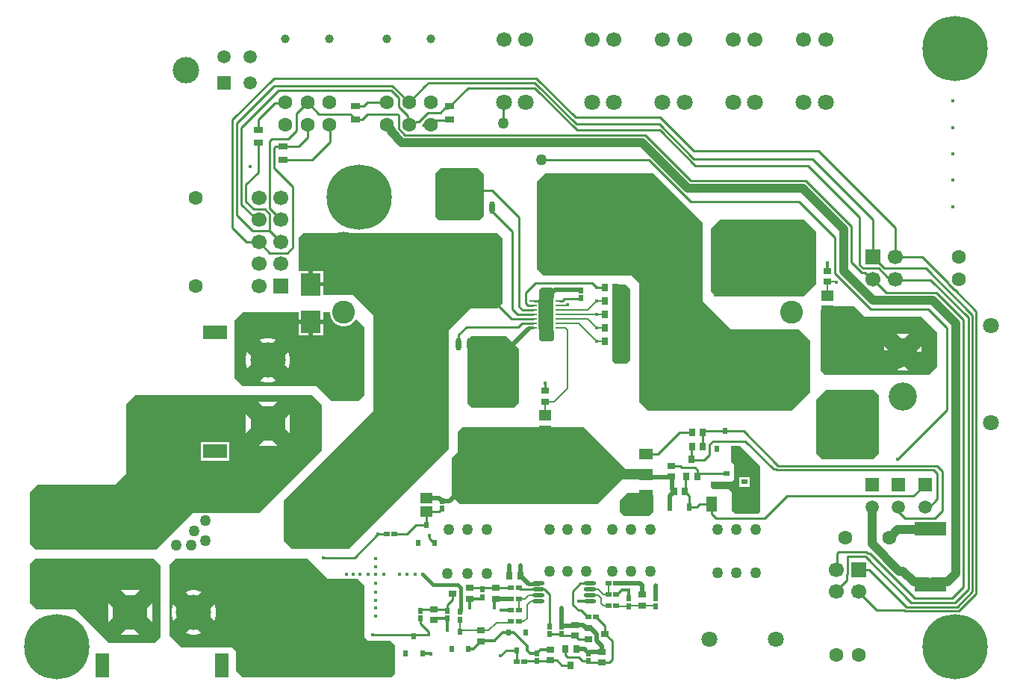
<source format=gbl>
G04*
G04 #@! TF.GenerationSoftware,Altium Limited,Altium Designer,24.1.2 (44)*
G04*
G04 Layer_Physical_Order=4*
G04 Layer_Color=16711680*
%FSLAX44Y44*%
%MOMM*%
G71*
G04*
G04 #@! TF.SameCoordinates,2E5B26B1-033E-4B1C-A529-2162076C627E*
G04*
G04*
G04 #@! TF.FilePolarity,Positive*
G04*
G01*
G75*
%ADD10C,0.3000*%
%ADD11C,0.2500*%
%ADD15C,0.2540*%
%ADD29R,0.7000X0.6000*%
%ADD66C,0.1500*%
%ADD67C,1.0000*%
%ADD68C,0.3500*%
%ADD69C,0.5000*%
%ADD72C,1.6000*%
%ADD73C,1.7000*%
%ADD74R,1.7000X1.7000*%
%ADD75R,1.6000X2.7000*%
%ADD76R,2.7000X1.6000*%
%ADD77C,1.8000*%
%ADD78C,1.5000*%
%ADD79R,1.5000X1.5000*%
%ADD80R,1.7000X1.7000*%
%ADD81R,4.0000X4.0000*%
%ADD82C,4.0000*%
%ADD83R,4.0000X4.0000*%
%ADD84C,3.2000*%
%ADD85R,3.2000X3.2000*%
%ADD86C,3.0000*%
%ADD87C,1.5200*%
%ADD88R,1.5200X1.5200*%
%ADD89C,1.0000*%
%ADD90O,4.0000X3.8000*%
%ADD91C,2.6000*%
%ADD92C,1.2700*%
%ADD93C,0.4000*%
%ADD94C,2.0000*%
%ADD95C,7.4000*%
%ADD97R,3.8100X4.2418*%
%ADD98R,1.0000X0.8000*%
%ADD99O,1.4000X0.4500*%
%ADD100O,0.6000X1.4500*%
%ADD101R,0.6250X0.8300*%
%ADD102R,2.3000X2.5000*%
%ADD103R,1.4500X1.2000*%
%ADD104R,0.8500X0.7000*%
%ADD105R,3.6500X1.6000*%
%ADD106R,0.7500X0.8500*%
%ADD107R,3.1500X2.4500*%
%ADD108R,0.7000X0.9000*%
%ADD109R,1.6000X3.3000*%
%ADD110R,1.6000X1.2000*%
%ADD111R,1.8000X3.4000*%
%ADD112R,0.8048X0.2492*%
%ADD113R,1.3000X1.8000*%
%ADD114R,1.4000X1.3000*%
%ADD115R,0.9000X0.8000*%
%ADD116R,0.8000X0.9000*%
%ADD117R,0.6000X0.7000*%
%ADD118R,0.9000X0.7000*%
%ADD119R,0.8500X0.7500*%
%ADD120C,0.5080*%
%ADD121C,0.3810*%
G36*
X525000Y577360D02*
Y529000D01*
X520302Y524301D01*
X474000D01*
X470000Y528302D01*
Y577950D01*
X476250Y584200D01*
X518160Y584200D01*
X525000Y577360D01*
D02*
G37*
G36*
X901700Y511810D02*
X901700Y452120D01*
X887730Y438150D01*
X788670D01*
X782320Y444500D01*
Y515620D01*
X792480Y525780D01*
X887730D01*
X901700Y511810D01*
D02*
G37*
G36*
X350460Y418469D02*
X351057Y415467D01*
X352229Y412639D01*
X353929Y410094D01*
X356094Y407929D01*
X358639Y406229D01*
X361467Y405057D01*
X364469Y404460D01*
X367531D01*
X370533Y405057D01*
X373361Y406229D01*
X375906Y407929D01*
X378071Y410094D01*
X379080Y411604D01*
X380715Y411765D01*
X389890Y402590D01*
X389890Y326390D01*
X383540Y320040D01*
X351790D01*
X335280Y336550D01*
X251460D01*
X242570Y345440D01*
Y411480D01*
X251460Y420370D01*
X314890Y420370D01*
Y411620D01*
X328930D01*
X342970D01*
Y420370D01*
X350460D01*
Y418469D01*
D02*
G37*
G36*
X604520Y445770D02*
Y436616D01*
X603590D01*
Y429044D01*
Y424044D01*
Y419044D01*
Y414044D01*
Y409044D01*
Y404044D01*
Y399044D01*
X604520D01*
Y389890D01*
X601980Y387350D01*
X590550D01*
X588010Y389890D01*
Y445770D01*
X590550Y448310D01*
X601980D01*
X604520Y445770D01*
D02*
G37*
G36*
X690842Y447040D02*
Y365722D01*
X687070Y361950D01*
X674370D01*
X670560Y365760D01*
Y452120D01*
X685800D01*
X690842Y447040D01*
D02*
G37*
G36*
X944600Y427000D02*
X956601Y414999D01*
X1021357Y414999D01*
X1038860Y397537D01*
X1038860Y358860D01*
X1029250Y349250D01*
X911860Y349250D01*
X907000Y354110D01*
Y423000D01*
X911000Y427000D01*
X944600Y427000D01*
D02*
G37*
G36*
X565000Y378000D02*
Y318000D01*
X559835Y312835D01*
X559000Y312000D01*
Y312000D01*
X559000Y312000D01*
X511000D01*
X506000Y317000D01*
Y388000D01*
X511000Y393000D01*
X550000D01*
X565000Y378000D01*
D02*
G37*
G36*
X773430Y521970D02*
Y433070D01*
X805180Y401320D01*
X882650D01*
X895350Y388620D01*
X895350Y330200D01*
X873760Y308610D01*
X860136D01*
X857974Y309040D01*
X854026D01*
X851864Y308610D01*
X711200D01*
X701040Y318770D01*
Y453390D01*
X692150Y462280D01*
X593090Y462280D01*
X585470Y469900D01*
Y568960D01*
X594360Y577850D01*
X717550D01*
X773430Y521970D01*
D02*
G37*
G36*
X966470Y332740D02*
X972820Y326390D01*
X972820Y260350D01*
X966470Y254000D01*
X908050Y254000D01*
X901700Y260350D01*
X901700Y321310D01*
X913130Y332740D01*
X966470Y332740D01*
D02*
G37*
G36*
X638370Y290000D02*
X685800Y242570D01*
X716280D01*
Y231140D01*
X681990Y231140D01*
X654050Y203200D01*
X497840Y203200D01*
X488950Y212090D01*
Y255353D01*
X495300Y261564D01*
Y284480D01*
X500820Y290000D01*
X638370Y290000D01*
D02*
G37*
G36*
X330200Y326390D02*
X341630Y314960D01*
X341630Y264160D01*
X270510Y193040D01*
X210720Y193040D01*
X210720D01*
X208380D01*
X208380D01*
X195580D01*
X153670Y151130D01*
X16510D01*
X10000Y157640D01*
X10000Y215740D01*
X19050Y224790D01*
X106680Y224790D01*
X119380Y237490D01*
Y316230D01*
X129540Y326390D01*
X330200Y326390D01*
D02*
G37*
G36*
X838200Y246380D02*
X838200Y194310D01*
X835660Y191770D01*
X810260D01*
X806450Y195580D01*
Y215900D01*
X802640Y219710D01*
X784860D01*
X782320Y222250D01*
Y228600D01*
X806450D01*
X808990Y231140D01*
Y247650D01*
X805180Y251460D01*
Y269240D01*
X815340D01*
X838200Y246380D01*
D02*
G37*
G36*
X717550Y213360D02*
Y194310D01*
X712470Y189230D01*
X684530D01*
X679450Y194310D01*
Y207010D01*
X688340Y215900D01*
X715010D01*
X717550Y213360D01*
D02*
G37*
G36*
X546100Y504190D02*
Y430530D01*
X540570Y425000D01*
X510090D01*
X485000Y399910D01*
Y265290D01*
X372110Y152400D01*
X307340Y152400D01*
X298450Y161290D01*
Y207010D01*
X400050Y308610D01*
Y416560D01*
X376610Y440000D01*
X342970D01*
Y449620D01*
X328930D01*
Y452120D01*
X326430D01*
Y467160D01*
X315000D01*
Y505000D01*
X320000Y510000D01*
X540290D01*
X546100Y504190D01*
D02*
G37*
G36*
X116840Y140970D02*
X151130D01*
X158750Y133350D01*
Y52070D01*
X151680Y45000D01*
X100000D01*
X62000Y83000D01*
X18000Y83000D01*
X10000Y91000D01*
X10000Y135000D01*
X15970Y140970D01*
X116840Y140970D01*
D02*
G37*
G36*
X347980Y118110D02*
X382270D01*
X389890Y110490D01*
Y52070D01*
X393700Y48260D01*
X419100D01*
X424180Y43180D01*
Y10160D01*
X420370Y6350D01*
X251460D01*
X243840Y13970D01*
Y36190D01*
X240030Y40000D01*
X182250D01*
X168910Y53340D01*
X168910Y134620D01*
X175316Y141026D01*
X325064D01*
X347980Y118110D01*
D02*
G37*
%LPC*%
G36*
X342970Y406620D02*
X331430D01*
Y394080D01*
X342970D01*
Y406620D01*
D02*
G37*
G36*
X326430D02*
X314890D01*
Y394080D01*
X326430D01*
Y406620D01*
D02*
G37*
G36*
X282462Y391000D02*
X277538D01*
X272708Y390039D01*
X270866Y389276D01*
X280000Y380142D01*
X289134Y389276D01*
X287292Y390039D01*
X282462Y391000D01*
D02*
G37*
G36*
X256724Y375134D02*
X255961Y373292D01*
X255000Y368462D01*
Y363538D01*
X255961Y358708D01*
X256724Y356866D01*
X265858Y366000D01*
X256724Y375134D01*
D02*
G37*
G36*
X303276Y375134D02*
X294142Y366000D01*
X303276Y356866D01*
X304039Y358708D01*
X305000Y363538D01*
Y368462D01*
X304039Y373292D01*
X303276Y375134D01*
D02*
G37*
G36*
X280000Y351858D02*
X270866Y342724D01*
X272708Y341961D01*
X277538Y341000D01*
X282462D01*
X287292Y341961D01*
X289134Y342724D01*
X280000Y351858D01*
D02*
G37*
G36*
X1006858Y396000D02*
X993142D01*
X1000000Y389142D01*
X1006858Y396000D01*
D02*
G37*
G36*
X1021000Y381858D02*
X1014142Y375000D01*
X1021000Y368142D01*
Y381858D01*
D02*
G37*
G36*
X979000Y381858D02*
Y368142D01*
X985858Y375000D01*
X979000Y381858D01*
D02*
G37*
G36*
X1000000Y360858D02*
X993142Y354000D01*
X1006858D01*
X1000000Y360858D01*
D02*
G37*
G36*
X290858Y319000D02*
X269142D01*
X280000Y308142D01*
X290858Y319000D01*
D02*
G37*
G36*
X255000Y304858D02*
Y283142D01*
X265858Y294000D01*
X255000Y304858D01*
D02*
G37*
G36*
X305000Y304858D02*
X294142Y294000D01*
X305000Y283142D01*
Y304858D01*
D02*
G37*
G36*
X280000Y279858D02*
X269142Y269000D01*
X290858D01*
X280000Y279858D01*
D02*
G37*
G36*
X236040Y273040D02*
X203960D01*
Y251960D01*
X236040D01*
Y273040D01*
D02*
G37*
G36*
X826300Y233530D02*
X814220D01*
Y222450D01*
X826300D01*
Y233530D01*
D02*
G37*
G36*
X342970Y467160D02*
X331430D01*
Y454620D01*
X342970D01*
Y467160D01*
D02*
G37*
G36*
X134858Y105000D02*
X113142D01*
X124000Y94142D01*
X134858Y105000D01*
D02*
G37*
G36*
X99000Y90858D02*
Y69142D01*
X109858Y80000D01*
X99000Y90858D01*
D02*
G37*
G36*
X149000Y90858D02*
X138142Y80000D01*
X149000Y69142D01*
Y90858D01*
D02*
G37*
G36*
X124000Y65858D02*
X113142Y55000D01*
X134858D01*
X124000Y65858D01*
D02*
G37*
G36*
X198462Y105000D02*
X193538D01*
X188708Y104039D01*
X186866Y103276D01*
X196000Y94142D01*
X205134Y103276D01*
X203292Y104039D01*
X198462Y105000D01*
D02*
G37*
G36*
X219276Y89134D02*
X210142Y80000D01*
X219276Y70866D01*
X220039Y72708D01*
X221000Y77538D01*
Y82462D01*
X220039Y87292D01*
X219276Y89134D01*
D02*
G37*
G36*
X172724Y89134D02*
X171961Y87292D01*
X171000Y82462D01*
Y77538D01*
X171961Y72708D01*
X172724Y70866D01*
X181858Y80000D01*
X172724Y89134D01*
D02*
G37*
G36*
X196000Y65858D02*
X186866Y56724D01*
X188708Y55961D01*
X193538Y55000D01*
X198462D01*
X203292Y55961D01*
X205134Y56724D01*
X196000Y65858D01*
D02*
G37*
%LPD*%
D10*
X577369Y402830D02*
X581106D01*
X576539Y402000D02*
X577369Y402830D01*
D11*
X255270Y546100D02*
Y565150D01*
X269240Y579120D02*
Y610870D01*
X255270Y565150D02*
X269240Y579120D01*
X925830Y129530D02*
Y147126D01*
X927294Y148590D02*
X958909D01*
X960179Y147320D01*
X925830Y147126D02*
X927294Y148590D01*
X924800Y128500D02*
X925830Y129530D01*
X868680Y212090D02*
X1012090D01*
X1025000Y225000D01*
X843590Y187000D02*
X868680Y212090D01*
X962660Y147320D02*
X1013460Y96520D01*
X960179Y147320D02*
X962660D01*
X1002400Y81790D02*
X1063559D01*
X1083310Y101541D01*
Y421640D01*
X1001640Y82550D02*
X1002400Y81790D01*
X970280Y82550D02*
X1001640D01*
X949800Y103030D02*
X970280Y82550D01*
X1056123Y96520D02*
X1068732Y109129D01*
X1013460Y96520D02*
X1056123D01*
X1009650Y91440D02*
X1059006D01*
X957750Y143340D02*
X1009650Y91440D01*
X1059006D02*
X1074246Y106680D01*
X1002910Y186690D02*
X1036690D01*
X1045210Y195210D01*
X995000Y194600D02*
X1002910Y186690D01*
X856643Y241848D02*
X1034502D01*
X1039000Y208600D02*
Y237350D01*
X1034502Y241848D02*
X1039000Y237350D01*
X1045210Y195210D02*
Y240030D01*
X858520Y246380D02*
X1038860D01*
X1045210Y240030D01*
X821690Y274320D02*
X853440Y242570D01*
X855921D01*
X856643Y241848D01*
X819310Y285590D02*
X858520Y246380D01*
X379730Y639050D02*
X387109D01*
X1057910Y86342D02*
X1057930Y86322D01*
X1061682D02*
X1078778Y103418D01*
X1057930Y86322D02*
X1061682D01*
X1068618Y411214D02*
Y412143D01*
Y411214D02*
X1068732Y411101D01*
Y109129D02*
Y411101D01*
X1031240Y457200D02*
X1074246Y414194D01*
Y106680D02*
Y414194D01*
X1026060Y470000D02*
X1078778Y417282D01*
X992000Y457200D02*
X1031240D01*
X1078778Y103418D02*
Y417282D01*
X937090Y143340D02*
X957750D01*
X937090Y123409D02*
Y143340D01*
X924800Y104380D02*
X936580Y116160D01*
Y122900D01*
X937090Y123409D01*
X988726Y460474D02*
X992000Y457200D01*
X979200Y470000D02*
X1026060D01*
X966500Y457700D02*
X981578Y442622D01*
X1038139D01*
X1068618Y412143D01*
X1059040Y445910D02*
X1083310Y421640D01*
X1051510Y452817D02*
Y453440D01*
X991500Y482700D02*
X1022250D01*
X1051510Y453440D01*
Y452817D02*
X1058417Y445910D01*
X1059040D01*
X924800Y103500D02*
Y104380D01*
X269240Y610870D02*
X270510Y612140D01*
X949800Y103030D02*
Y103500D01*
X994410Y254000D02*
X1050290Y309880D01*
Y402590D01*
X1028700Y424180D02*
X1050290Y402590D01*
X240030Y638685D02*
X287145Y685800D01*
X584318D01*
X628768Y641350D01*
X458425Y676865D02*
X462280Y680720D01*
X582989D02*
X629979Y633730D01*
X462280Y680720D02*
X582989D01*
X486410Y653930D02*
X506850Y674370D01*
X582930D02*
X630738Y626562D01*
X506850Y674370D02*
X582930D01*
X245110Y635000D02*
X287020Y676910D01*
X421290D02*
X440000Y658200D01*
X287020Y676910D02*
X421290D01*
X440000Y658200D02*
X458425Y676625D01*
Y676865D01*
X420176Y671830D02*
X428210Y663795D01*
X250190Y629920D02*
X292100Y671830D01*
X420176D01*
X483660Y651180D02*
X486410Y653930D01*
X281940Y614680D02*
X284480Y617220D01*
X281940Y538060D02*
Y614680D01*
X284480Y617220D02*
X303530D01*
X312420Y626110D01*
X287020Y584200D02*
X308610Y562610D01*
X288484Y608330D02*
X297180D01*
X287020Y606866D02*
X288484Y608330D01*
X287020Y584200D02*
Y606866D01*
X302260Y487680D02*
X308610Y494030D01*
Y562610D01*
X281940Y538060D02*
X295000Y525000D01*
X267480D02*
X270000D01*
X250190Y542290D02*
Y629920D01*
Y542290D02*
X267480Y525000D01*
X264160Y537210D02*
X276860D01*
X255270Y546100D02*
X264160Y537210D01*
X245110Y530352D02*
X262890Y512572D01*
X245110Y530352D02*
Y635000D01*
X282428Y512572D02*
Y531642D01*
X276860Y537210D02*
X282428Y531642D01*
X262890Y512572D02*
X282428D01*
X312420Y626110D02*
Y645620D01*
X325000Y658200D01*
X338040Y645160D01*
X297180Y608210D02*
X314840D01*
X282320Y487680D02*
X302260D01*
X270000Y500000D02*
X282320Y487680D01*
X350520Y613410D02*
Y632460D01*
X330320Y593210D02*
X350520Y613410D01*
X297180Y593210D02*
X330320D01*
X325120Y618490D02*
Y632460D01*
X314840Y608210D02*
X325120Y618490D01*
X373500Y645160D02*
X375980Y642680D01*
X338040Y645160D02*
X373500D01*
X378730Y638930D02*
X379730D01*
X375980Y641680D02*
X378730Y638930D01*
X375980Y641680D02*
Y642680D01*
X288290Y657860D02*
X299720D01*
X269240Y627260D02*
Y638810D01*
X288290Y657860D01*
X240030Y515970D02*
Y638685D01*
X954940Y470000D02*
X972720D01*
X982246Y460474D01*
X988726D01*
X628768Y641350D02*
X725170D01*
X763270Y603250D01*
X904240D01*
X240030Y515970D02*
X256000Y500000D01*
X270000D01*
X991500Y482700D02*
Y515990D01*
X904240Y603250D02*
X991500Y515990D01*
X723900Y633730D02*
X763270Y594360D01*
X629979Y633730D02*
X723900D01*
X282428Y512572D02*
X295000Y500000D01*
X763270Y594360D02*
X897890D01*
X966500Y525750D01*
Y482700D02*
Y525750D01*
X966500Y482700D02*
X979200Y470000D01*
X451397Y636270D02*
X461537Y646410D01*
X475565D01*
X480335Y651180D01*
X483660D01*
X428210Y653316D02*
X438355Y643172D01*
Y639436D02*
Y643172D01*
X441361Y636430D02*
X443230D01*
X438355Y639436D02*
X441361Y636430D01*
X428210Y653316D02*
Y663795D01*
X428210Y628316D02*
Y643696D01*
X426746Y645160D02*
X428210Y643696D01*
X387109Y639050D02*
X393219Y645160D01*
X426746D01*
X435497Y621030D02*
X707955D01*
X759363Y569622D01*
X428210Y628316D02*
X435497Y621030D01*
X440000Y633200D02*
X443230Y636430D01*
Y635783D02*
X447728D01*
X448214Y636270D01*
X451397D01*
X764481Y586740D02*
X892530D01*
X724658Y626562D02*
X764481Y586740D01*
X892530D02*
X951230Y528040D01*
X630738Y626562D02*
X724658D01*
X547370Y635000D02*
Y659130D01*
X551893Y663653D01*
X951230Y473710D02*
X954940Y470000D01*
X951230Y473710D02*
Y528040D01*
X964712Y457700D02*
X966500D01*
X956944Y465468D02*
X964712Y457700D01*
X953063Y465468D02*
X956944D01*
X941732Y476799D02*
X953063Y465468D01*
X941732Y476799D02*
Y517780D01*
X889891Y569622D02*
X941732Y517780D01*
X759363Y569622D02*
X889891D01*
X590550Y593090D02*
X712470D01*
X759460Y546100D01*
X781050Y259080D02*
Y270510D01*
X760460Y253070D02*
X775040D01*
X781050Y259080D01*
X774190Y285590D02*
X798830D01*
X773080Y284480D02*
X774190Y285590D01*
X923290Y464820D02*
X963930Y424180D01*
X1028700D01*
X923290Y464820D02*
Y505460D01*
X459740Y178910D02*
Y193930D01*
X448150Y178910D02*
X459740D01*
X438150Y168910D02*
X448150Y178910D01*
X722220Y259220D02*
X747210Y284210D01*
X708910Y259220D02*
X722220D01*
X634420Y435610D02*
X635000Y436190D01*
X613830Y432830D02*
X616610Y435610D01*
X634420D01*
X557530Y445770D02*
Y511810D01*
X534670Y534670D02*
Y539060D01*
Y534670D02*
X557530Y511810D01*
Y423470D02*
Y445770D01*
X610154Y432830D02*
X613830D01*
X556180Y412830D02*
X581106D01*
X540803Y428207D02*
X556180Y412830D01*
X557530Y423470D02*
X563170Y417830D01*
X581106D01*
X569040Y422830D02*
X581106D01*
X565150Y426720D02*
X569040Y422830D01*
X783000Y192000D02*
Y203140D01*
X783060Y203200D01*
X769930Y202930D02*
X782790D01*
X767230Y234340D02*
X770030Y237140D01*
X786130D01*
X786480Y237490D01*
X800260D01*
X767230Y234340D02*
Y241150D01*
X764247Y244133D02*
X767230Y241150D01*
X749730Y244133D02*
X764247D01*
X747833Y246030D02*
X749730Y244133D01*
X737870Y246030D02*
X747833D01*
X766390Y199390D02*
X769930Y202930D01*
X757885Y199390D02*
X766390D01*
X752760Y217170D02*
X757885Y212045D01*
Y199390D02*
Y212045D01*
X752760Y217170D02*
X753960Y218370D01*
Y234070D01*
X378460Y142240D02*
X405130Y168910D01*
X342900Y142240D02*
X378460D01*
X405130Y168910D02*
X414600D01*
X882650Y546100D02*
X923290Y505460D01*
X759460Y546100D02*
X882650D01*
X549990Y36990D02*
X562610D01*
X544000Y31000D02*
X549990Y36990D01*
X447200Y54610D02*
X462280D01*
X453390Y67310D02*
X462280Y58420D01*
Y54610D02*
Y58420D01*
X398780Y54610D02*
X444340D01*
X599440Y64190D02*
Y100330D01*
X632710Y49380D02*
X643280D01*
X628650Y53440D02*
X632710Y49380D01*
X615160Y53440D02*
X628650D01*
X613410Y55190D02*
X615160Y53440D01*
X613410Y55190D02*
X613410Y55190D01*
X599440Y55190D02*
X613410D01*
X453390Y67310D02*
Y72970D01*
X445770Y53180D02*
X447200Y54610D01*
X463550Y163754D02*
X469240Y158064D01*
X463550Y163754D02*
Y167640D01*
X423600Y168910D02*
X438150D01*
X608230Y25500D02*
X613410Y20320D01*
X622960D02*
X623570Y19710D01*
X613410Y20320D02*
X622960D01*
X600710Y25500D02*
X608230D01*
X617070Y31900D02*
Y38710D01*
Y31900D02*
X619760Y29210D01*
X632460D01*
X636960Y24710D01*
X643890D01*
X645640Y22960D01*
X659130D01*
X666850D01*
X670560Y26670D01*
Y47600D01*
X662280Y55880D02*
X670560Y47600D01*
X642620Y74930D02*
X643200D01*
X632351Y82550D02*
X635000D01*
X642620Y74930D01*
X626110Y88791D02*
Y104140D01*
Y88791D02*
X632351Y82550D01*
X626110Y104140D02*
X634590Y112620D01*
X645450D01*
X586450Y106120D02*
X593650D01*
X599440Y100330D01*
X652200Y74930D02*
X662280Y64850D01*
Y55880D02*
Y64850D01*
X561920Y24130D02*
Y36300D01*
X562610Y36990D01*
X570920Y24130D02*
X571500Y24710D01*
X585470D01*
X599920D02*
X600710Y25500D01*
X585470Y24710D02*
X599920D01*
X444340Y54610D02*
X445770Y53180D01*
X453390Y81970D02*
X455140Y83720D01*
X468630D01*
X482120D01*
X483870Y81970D01*
Y88900D01*
X489610Y94640D02*
Y101600D01*
X483870Y88900D02*
X489610Y94640D01*
X521240Y108100D02*
X523240Y106100D01*
X508610Y108100D02*
X521240D01*
X523240Y106100D02*
X524990Y107850D01*
X538480D01*
X538580Y107950D01*
X555570D01*
X564570D02*
X566400Y106120D01*
X586450D01*
X784860Y274320D02*
X821690D01*
X798830Y285590D02*
X819310D01*
X788000Y187000D02*
X843590D01*
X459740Y193930D02*
X474020D01*
X515620Y558800D02*
X534200D01*
X565150Y426720D02*
Y527850D01*
X534200Y558800D02*
X565150Y527850D01*
X581476Y433000D02*
X591890D01*
X596000Y428890D01*
X594360Y331370D02*
Y340360D01*
X772810Y267700D02*
Y284210D01*
X474020Y193930D02*
X477520Y197430D01*
X781050Y270510D02*
X784860Y274320D01*
X1025000Y194600D02*
X1039000Y208600D01*
X783000Y192000D02*
X788000Y187000D01*
X772810Y267700D02*
X772810Y267700D01*
X747210Y284210D02*
X760810D01*
X760460Y267350D02*
X760810Y267700D01*
X760460Y253070D02*
Y267350D01*
D15*
X1004286Y86342D02*
X1057910D01*
X962128Y128500D02*
X1004286Y86342D01*
X945920Y128500D02*
X947420Y127000D01*
Y128500D02*
X949800D01*
X945920D02*
X946150D01*
X949800D02*
X962128D01*
X392579Y658200D02*
X414950D01*
X461130Y637660D02*
X485140D01*
X486410Y638930D01*
X455930Y632460D02*
X461130Y637660D01*
X377430Y654050D02*
X388429D01*
X375920Y652540D02*
X377430Y654050D01*
X388429D02*
X392579Y658200D01*
X505460Y403860D02*
X563880D01*
X496570Y394970D02*
X505460Y403860D01*
X496570Y384230D02*
Y394970D01*
X563880Y403860D02*
X567850Y407830D01*
X581106D01*
X647700Y453390D02*
X652780Y448310D01*
X662020D01*
X583390Y453390D02*
X647700D01*
X575243Y427830D02*
X581106D01*
X572770Y430303D02*
X575243Y427830D01*
X1000000Y375000D02*
X1001825Y373175D01*
X572770Y442770D02*
X583390Y453390D01*
X572770Y430303D02*
Y442770D01*
D29*
X564570Y82550D02*
D03*
X555570D02*
D03*
X800260Y237490D02*
D03*
X820260Y227990D02*
D03*
Y246990D02*
D03*
X414600Y168910D02*
D03*
X423600D02*
D03*
X666060Y113030D02*
D03*
X675060D02*
D03*
X666060Y87630D02*
D03*
X675060D02*
D03*
X675060Y100330D02*
D03*
X666060D02*
D03*
X643200Y74930D02*
D03*
X652200D02*
D03*
X555570Y107950D02*
D03*
X564570D02*
D03*
X561920Y24130D02*
D03*
X570920D02*
D03*
X555570Y95250D02*
D03*
X564570D02*
D03*
X555570Y69850D02*
D03*
X564570D02*
D03*
D66*
X924460Y454760D02*
X924560Y454660D01*
X914400Y454760D02*
X924460D01*
X521970Y59340D02*
X530510D01*
X539750Y68580D02*
X554300D01*
X530510Y59340D02*
X539750Y68580D01*
X914400Y439030D02*
Y454760D01*
Y437680D02*
Y439030D01*
X642540Y422830D02*
X652780Y433070D01*
X610154Y422830D02*
X642540D01*
X610154Y412830D02*
X642540D01*
X652780Y402590D01*
X632300Y407830D02*
X652780Y387350D01*
X610154Y407830D02*
X632300D01*
X652780Y387350D02*
X662020D01*
X652780Y402590D02*
X662020D01*
X652780Y417830D02*
X662020D01*
X610154D02*
X652780D01*
Y433070D02*
X662020D01*
X610154Y402830D02*
X617170D01*
X619760Y400240D01*
X610154Y427830D02*
X619346D01*
X619760Y428244D01*
X574040Y73660D02*
Y88900D01*
X578260Y93120D01*
X570230Y69850D02*
X574040Y73660D01*
X575870Y99620D02*
X586450D01*
X564570Y95250D02*
X571500D01*
X575870Y99620D01*
X554300Y68580D02*
X555570Y69850D01*
X497840Y58260D02*
Y71700D01*
Y58260D02*
X498920Y59340D01*
X521970D01*
X564570Y69850D02*
X570230D01*
X564570Y82550D02*
Y95250D01*
Y82550D02*
X564570Y82550D01*
X578260Y93120D02*
X586450D01*
X645652Y99418D02*
X654962D01*
X645450Y99620D02*
X645652Y99418D01*
Y105918D02*
X654812D01*
X645450Y106120D02*
X645652Y105918D01*
X619760Y428244D02*
Y428498D01*
X657860Y90170D02*
Y96520D01*
X660400Y87630D02*
X666060D01*
X657860Y90170D02*
X660400Y87630D01*
X660400Y100330D02*
X666060D01*
X654812Y105918D02*
X660400Y100330D01*
X666060D02*
X666060Y100330D01*
Y113030D01*
X654962Y99418D02*
X657860Y96520D01*
X675060Y87630D02*
X675750Y86940D01*
X689610D01*
X690400Y87730D01*
X704850D01*
X719300D01*
X720090Y86940D01*
X619760Y334010D02*
Y400240D01*
X604620Y318870D02*
X619760Y334010D01*
X594360Y318870D02*
X604620D01*
X594360Y303140D02*
Y318870D01*
D67*
X994410Y173990D02*
X1030050D01*
X985420Y165000D02*
X994410Y173990D01*
X1030050D02*
X1031240Y175180D01*
Y111680D02*
X1034240Y114680D01*
X1050670D01*
X1060450Y124460D02*
Y407670D01*
X1050670Y114680D02*
X1060450Y124460D01*
X1012320Y114680D02*
X1028240D01*
X965000Y157680D02*
X995880Y126800D01*
X1000200D02*
X1012320Y114680D01*
X1028240D02*
X1031240Y111680D01*
X995880Y126800D02*
X1000200D01*
X965000Y157680D02*
Y194600D01*
X1033780Y434340D02*
X1060450Y407670D01*
X419928Y624886D02*
X432066Y612748D01*
X704525D01*
X755932Y561340D01*
X412750Y633730D02*
X412846D01*
X419928Y624886D02*
Y626648D01*
X412846Y633730D02*
X419928Y626648D01*
X755932Y561340D02*
X886460D01*
X933450Y467360D02*
X966470Y434340D01*
X933450Y467360D02*
Y514350D01*
X966470Y434340D02*
X1033780D01*
X886460Y561340D02*
X933450Y514350D01*
D68*
X553110Y56990D02*
X558960D01*
X574040Y36830D02*
Y41910D01*
X558960Y56990D02*
X574040Y41910D01*
X537210Y48260D02*
X545940Y56990D01*
X553110D01*
X544830Y82550D02*
X555570D01*
X521970Y47340D02*
X522890Y48260D01*
X537210D01*
X508610Y95100D02*
X509270Y94440D01*
Y85090D02*
Y94440D01*
X537210Y94080D02*
X538480Y95350D01*
X537210Y85090D02*
Y94080D01*
X483870Y59690D02*
Y72970D01*
X464660Y33180D02*
X464820Y33020D01*
X455270Y33180D02*
X464660D01*
X574040Y36830D02*
X577160Y33710D01*
X585470D01*
X512890Y38260D02*
X521970Y47340D01*
X507340Y38260D02*
X512890D01*
X632460Y92710D02*
X632668Y92918D01*
X645788D01*
X585470Y33710D02*
X589760Y38000D01*
X600710D01*
X467360Y69950D02*
X468630Y71220D01*
X470380Y72970D01*
X483870D01*
X521240Y95100D02*
X523240Y97100D01*
X508610Y95100D02*
X521240D01*
X914400Y467260D02*
Y476130D01*
X676910Y100330D02*
X681990Y105410D01*
X675060Y100330D02*
X676910D01*
X681990Y105410D02*
X689610D01*
Y95940D02*
Y105410D01*
D69*
X554333Y380343D02*
X554990Y381000D01*
X575990Y402000D01*
X576539D01*
X738000Y219930D02*
Y234000D01*
Y219930D02*
X740760Y217170D01*
X708910Y236220D02*
X711450Y233680D01*
X737520D01*
X735635Y212045D02*
X740760Y217170D01*
X735635Y199390D02*
Y212045D01*
X553820Y121920D02*
Y133250D01*
X553720Y133350D02*
X553820Y133250D01*
X477520Y206430D02*
X485830D01*
X497840Y218440D01*
X720090Y95940D02*
Y110490D01*
X704850Y100230D02*
Y110290D01*
X702310Y113030D02*
X704850Y110490D01*
X675060Y113030D02*
X702310D01*
X474020Y209930D02*
X477520Y206430D01*
X459740Y209930D02*
X474020D01*
D72*
X924800Y31700D02*
D03*
X949800D02*
D03*
X1063300Y482700D02*
D03*
Y457700D02*
D03*
X935000Y165000D02*
D03*
X985000D02*
D03*
X465000Y658200D02*
D03*
X440000D02*
D03*
X415000D02*
D03*
X465000Y633200D02*
D03*
X440000D02*
D03*
X415000D02*
D03*
X198200Y450000D02*
D03*
Y550000D02*
D03*
X300000Y633200D02*
D03*
X325000D02*
D03*
X350000D02*
D03*
X300000Y658200D02*
D03*
X325000D02*
D03*
X350000D02*
D03*
D73*
X924800Y103500D02*
D03*
X949800D02*
D03*
X924800Y128500D02*
D03*
X547500Y729800D02*
D03*
X572500D02*
D03*
X966500Y457700D02*
D03*
X991500Y482700D02*
D03*
Y457700D02*
D03*
X295000Y475000D02*
D03*
Y500000D02*
D03*
Y525000D02*
D03*
Y550000D02*
D03*
X270000Y450000D02*
D03*
Y475000D02*
D03*
Y500000D02*
D03*
Y525000D02*
D03*
Y550000D02*
D03*
X832500Y729800D02*
D03*
X807500D02*
D03*
X887500D02*
D03*
X912500D02*
D03*
X672500D02*
D03*
X647500D02*
D03*
X752500D02*
D03*
X727500D02*
D03*
D74*
X949800Y128500D02*
D03*
D75*
X92500Y20000D02*
D03*
X227500D02*
D03*
D76*
X220000Y262500D02*
D03*
Y397500D02*
D03*
D77*
X547500Y658000D02*
D03*
X572500D02*
D03*
X1100000Y405000D02*
D03*
Y295000D02*
D03*
X855890Y49530D02*
D03*
X780890D02*
D03*
X832500Y658000D02*
D03*
X807500D02*
D03*
X887500D02*
D03*
X912500D02*
D03*
X672500D02*
D03*
X647500D02*
D03*
X752500D02*
D03*
X727500D02*
D03*
D78*
X1025000Y199600D02*
D03*
X995000D02*
D03*
X965000D02*
D03*
D79*
X1025000Y225000D02*
D03*
X995000D02*
D03*
X965000D02*
D03*
D80*
X966500Y482700D02*
D03*
X295000Y450000D02*
D03*
D81*
X124000Y80000D02*
D03*
D82*
X196000D02*
D03*
X280000Y366000D02*
D03*
D83*
Y294000D02*
D03*
D84*
X1000000Y325000D02*
D03*
D85*
Y375000D02*
D03*
D86*
X186800Y695000D02*
D03*
X366000Y496200D02*
D03*
Y343800D02*
D03*
D87*
X260000Y710000D02*
D03*
Y680000D02*
D03*
X230000Y710000D02*
D03*
D88*
Y680000D02*
D03*
D89*
X415000Y730000D02*
D03*
X465000D02*
D03*
X350000D02*
D03*
X300000D02*
D03*
D90*
X874000Y343800D02*
D03*
Y496200D02*
D03*
D91*
Y381900D02*
D03*
Y420000D02*
D03*
Y458100D02*
D03*
X366000Y420000D02*
D03*
D92*
X96520Y199390D02*
D03*
X547370Y635000D02*
D03*
X590550Y593090D02*
D03*
X95250Y182880D02*
D03*
Y215900D02*
D03*
X73660Y132080D02*
D03*
X91440Y166370D02*
D03*
X55880Y133350D02*
D03*
X38100D02*
D03*
X19050D02*
D03*
X55880Y166370D02*
D03*
X38100D02*
D03*
X19050D02*
D03*
X74930D02*
D03*
X367030Y35560D02*
D03*
Y19050D02*
D03*
X383540Y35560D02*
D03*
Y19050D02*
D03*
X400050Y35560D02*
D03*
Y19050D02*
D03*
X416560Y35560D02*
D03*
Y19050D02*
D03*
X538480Y462280D02*
D03*
X515620Y558800D02*
D03*
X791210Y326390D02*
D03*
X812800D02*
D03*
X791210Y345440D02*
D03*
X812800D02*
D03*
X791210Y511810D02*
D03*
X812800D02*
D03*
X791210Y492760D02*
D03*
X812800D02*
D03*
X19050Y182880D02*
D03*
Y199390D02*
D03*
Y215900D02*
D03*
Y116840D02*
D03*
X515620Y218440D02*
D03*
X683514Y368300D02*
D03*
X615690Y539310D02*
D03*
X595690D02*
D03*
X615690Y558850D02*
D03*
X595690D02*
D03*
X675380Y539310D02*
D03*
X635380D02*
D03*
X655380D02*
D03*
X675380Y558850D02*
D03*
X655380D02*
D03*
X635380D02*
D03*
X694750D02*
D03*
X714750D02*
D03*
X694750Y539310D02*
D03*
X714750D02*
D03*
Y499940D02*
D03*
X694750D02*
D03*
X714750Y519480D02*
D03*
X694750D02*
D03*
X635380D02*
D03*
X655380D02*
D03*
X675380D02*
D03*
X655380Y499940D02*
D03*
X635380D02*
D03*
X675380D02*
D03*
X595690Y519480D02*
D03*
X615690D02*
D03*
X595690Y499940D02*
D03*
X615690D02*
D03*
X812326Y365213D02*
D03*
X791210Y365215D02*
D03*
X689610Y196850D02*
D03*
X706120D02*
D03*
X670590Y174000D02*
D03*
X691590D02*
D03*
X713590D02*
D03*
X713740Y127000D02*
D03*
X692150D02*
D03*
X670560D02*
D03*
X599440Y173990D02*
D03*
X619760D02*
D03*
X641350D02*
D03*
Y127000D02*
D03*
X619760D02*
D03*
X599440D02*
D03*
X790000Y125000D02*
D03*
X811000D02*
D03*
X833000D02*
D03*
Y174000D02*
D03*
X811000D02*
D03*
X790000D02*
D03*
X485140Y173990D02*
D03*
X506730D02*
D03*
X528320D02*
D03*
Y124460D02*
D03*
X506730D02*
D03*
X483870D02*
D03*
X916000Y278000D02*
D03*
X936000D02*
D03*
X956000D02*
D03*
X936000Y261000D02*
D03*
X916000D02*
D03*
X956000D02*
D03*
X477520Y575310D02*
D03*
X496570D02*
D03*
X515620D02*
D03*
X496570Y558800D02*
D03*
X477520D02*
D03*
X312123Y274000D02*
D03*
Y294000D02*
D03*
Y314000D02*
D03*
X329123Y294000D02*
D03*
Y274000D02*
D03*
Y314000D02*
D03*
X497840Y218440D02*
D03*
X533400D02*
D03*
X497840Y234950D02*
D03*
X533400D02*
D03*
X515620D02*
D03*
X19050Y100330D02*
D03*
X209550Y161290D02*
D03*
X193040Y156210D02*
D03*
X176530D02*
D03*
X196850Y172720D02*
D03*
X209550Y184150D02*
D03*
X323850Y204470D02*
D03*
Y173990D02*
D03*
X317500Y158750D02*
D03*
Y189230D02*
D03*
X306070Y204470D02*
D03*
X278130Y115570D02*
D03*
Y132080D02*
D03*
X261620Y115570D02*
D03*
Y132080D02*
D03*
X278130Y52070D02*
D03*
Y68580D02*
D03*
X261620Y52070D02*
D03*
Y68580D02*
D03*
X812800Y473710D02*
D03*
X791210D02*
D03*
D93*
X924560Y454660D02*
D03*
X613410Y85090D02*
D03*
X402590Y76200D02*
D03*
Y85090D02*
D03*
Y93980D02*
D03*
X652780Y387350D02*
D03*
Y402590D02*
D03*
Y417830D02*
D03*
Y448310D02*
D03*
Y433070D02*
D03*
X405130Y168910D02*
D03*
X342900Y142240D02*
D03*
X544830Y82550D02*
D03*
X462280Y54610D02*
D03*
X398780D02*
D03*
X537210Y48260D02*
D03*
X509270Y85090D02*
D03*
X537210D02*
D03*
X463550Y167640D02*
D03*
X483870Y59690D02*
D03*
X464820Y33020D02*
D03*
X632460Y92710D02*
D03*
X566420Y133350D02*
D03*
X553720D02*
D03*
X834390Y194310D02*
D03*
X825500D02*
D03*
X593090Y440690D02*
D03*
X600710D02*
D03*
X594360Y394970D02*
D03*
X601980D02*
D03*
X914400Y476130D02*
D03*
X594360Y340360D02*
D03*
X1056640Y660400D02*
D03*
Y629920D02*
D03*
X1056707Y600000D02*
D03*
X1056640Y570230D02*
D03*
Y539750D02*
D03*
X689610Y105410D02*
D03*
X455930Y123190D02*
D03*
X447040D02*
D03*
X438150D02*
D03*
X402590Y102870D02*
D03*
Y140970D02*
D03*
X393700Y123190D02*
D03*
X369570D02*
D03*
X619760Y428498D02*
D03*
X720190Y110390D02*
D03*
X704950D02*
D03*
X260350Y585470D02*
D03*
X994410Y254000D02*
D03*
X825500Y201930D02*
D03*
X834390D02*
D03*
X544000Y31000D02*
D03*
X384810Y123190D02*
D03*
X411480D02*
D03*
X402590Y113030D02*
D03*
Y132080D02*
D03*
X429260Y123190D02*
D03*
X377190D02*
D03*
X402590D02*
D03*
D94*
X972683Y367030D02*
X995680D01*
X1002030Y373380D01*
X1009650Y365760D02*
X1024754D01*
X1002030Y373380D02*
X1009650Y365760D01*
D95*
X383999Y550999D02*
D03*
X1059000Y41000D02*
D03*
Y719000D02*
D03*
X41000Y41000D02*
D03*
D97*
X934720Y311023D02*
D03*
Y374777D02*
D03*
X535940Y332867D02*
D03*
Y269113D02*
D03*
D98*
X379730Y653930D02*
D03*
Y638930D02*
D03*
X269240Y627260D02*
D03*
Y612260D02*
D03*
X297180Y593210D02*
D03*
Y608210D02*
D03*
X486410Y638930D02*
D03*
Y653930D02*
D03*
D99*
X645450Y112620D02*
D03*
Y106120D02*
D03*
Y99620D02*
D03*
Y93120D02*
D03*
X586450Y112620D02*
D03*
Y106120D02*
D03*
Y99620D02*
D03*
Y93120D02*
D03*
D100*
X496570Y539060D02*
D03*
X509270D02*
D03*
X521970D02*
D03*
X534670D02*
D03*
X496570Y484560D02*
D03*
X509270D02*
D03*
X521970D02*
D03*
X534670D02*
D03*
X496570Y438730D02*
D03*
X509270D02*
D03*
X521970D02*
D03*
X534670D02*
D03*
X496570Y384230D02*
D03*
X509270D02*
D03*
X521970D02*
D03*
X534670D02*
D03*
D101*
X757885Y199390D02*
D03*
X735635D02*
D03*
D102*
X328930Y409120D02*
D03*
Y452120D02*
D03*
D103*
X914400Y422030D02*
D03*
Y439030D02*
D03*
X594360Y303140D02*
D03*
Y286140D02*
D03*
D104*
X914400Y454760D02*
D03*
Y467260D02*
D03*
X594360Y331370D02*
D03*
Y318870D02*
D03*
D105*
X1031240Y111680D02*
D03*
Y175180D02*
D03*
D106*
X740760Y217170D02*
D03*
X752760D02*
D03*
X662020Y433070D02*
D03*
X674020D02*
D03*
X662020Y387350D02*
D03*
X674020D02*
D03*
X662020Y417830D02*
D03*
X674020D02*
D03*
X662020Y402590D02*
D03*
X674020D02*
D03*
X662020Y448310D02*
D03*
X674020D02*
D03*
X761080Y267970D02*
D03*
X773080D02*
D03*
X761080Y284480D02*
D03*
X773080D02*
D03*
D107*
X801370Y388100D02*
D03*
Y450100D02*
D03*
D108*
X767230Y234340D02*
D03*
X754230D02*
D03*
X760730Y253340D02*
D03*
X623570Y19710D02*
D03*
X630070Y38710D02*
D03*
X617070D02*
D03*
D109*
X644910Y236220D02*
D03*
D110*
X708910Y213220D02*
D03*
Y236220D02*
D03*
Y259220D02*
D03*
D111*
X595630Y417830D02*
D03*
D112*
X610154Y402830D02*
D03*
Y407830D02*
D03*
Y412830D02*
D03*
Y417830D02*
D03*
Y422830D02*
D03*
Y427830D02*
D03*
Y432830D02*
D03*
X581106D02*
D03*
Y427830D02*
D03*
Y422830D02*
D03*
Y417830D02*
D03*
Y412830D02*
D03*
Y407830D02*
D03*
Y402830D02*
D03*
D113*
X812060Y203200D02*
D03*
X783060D02*
D03*
D114*
X459740Y193930D02*
D03*
Y209930D02*
D03*
D115*
X628650Y65940D02*
D03*
Y53440D02*
D03*
X704850Y87730D02*
D03*
Y100230D02*
D03*
X659130Y35460D02*
D03*
Y22960D02*
D03*
X538480Y107850D02*
D03*
Y95350D02*
D03*
X600710Y38000D02*
D03*
Y25500D02*
D03*
X468630Y83720D02*
D03*
Y71220D02*
D03*
D116*
X553820Y121920D02*
D03*
X566320D02*
D03*
D117*
X469240Y158910D02*
D03*
X450240D02*
D03*
X459740Y178910D02*
D03*
X798830Y285590D02*
D03*
X789330Y265590D02*
D03*
X808330D02*
D03*
X497840Y58260D02*
D03*
X488340Y38260D02*
D03*
X507340D02*
D03*
X553110Y56990D02*
D03*
X572110D02*
D03*
X562610Y36990D02*
D03*
X445770Y53180D02*
D03*
X436270Y33180D02*
D03*
X455270D02*
D03*
X635000Y445190D02*
D03*
Y436190D02*
D03*
X477520Y206430D02*
D03*
Y197430D02*
D03*
X720090Y86940D02*
D03*
Y95940D02*
D03*
X497840Y80700D02*
D03*
Y71700D02*
D03*
X689610Y95940D02*
D03*
Y86940D02*
D03*
X643890Y24710D02*
D03*
Y33710D02*
D03*
X523240Y97100D02*
D03*
Y106100D02*
D03*
X453390Y72970D02*
D03*
Y81970D02*
D03*
X585470Y24710D02*
D03*
Y33710D02*
D03*
X483870Y72970D02*
D03*
Y81970D02*
D03*
X613410Y55190D02*
D03*
Y64190D02*
D03*
X599440Y64190D02*
D03*
Y55190D02*
D03*
D118*
X489610Y101600D02*
D03*
X508610Y95100D02*
D03*
Y108100D02*
D03*
X662280Y55880D02*
D03*
X643280Y62380D02*
D03*
Y49380D02*
D03*
D119*
X737870Y246030D02*
D03*
Y234030D02*
D03*
X521970Y47340D02*
D03*
Y59340D02*
D03*
D120*
X613410Y64190D02*
Y85090D01*
X600710Y440690D02*
X605790Y445770D01*
X634420D02*
X635000Y445190D01*
X605790Y445770D02*
X634420D01*
X538480Y95350D02*
X538580Y95250D01*
X555570D01*
X613410Y64190D02*
X613990Y64770D01*
X627480D02*
X628650Y65940D01*
X613990Y64770D02*
X627480D01*
X637640Y65940D02*
X641200Y62380D01*
X628650Y65940D02*
X637640D01*
X652780Y48260D02*
Y55880D01*
X646280Y62380D02*
X652780Y55880D01*
X643280Y62380D02*
X646280D01*
X652780Y48260D02*
X659130Y41910D01*
Y35460D02*
Y41910D01*
X643890Y33710D02*
X645640Y35460D01*
X659130D01*
X638890Y38710D02*
X643890Y33710D01*
X630070Y38710D02*
X638890D01*
X641200Y62380D02*
X643280D01*
X566320Y121920D02*
X575822Y112418D01*
X566320Y133250D02*
X566420Y133350D01*
X566320Y121920D02*
Y133250D01*
D121*
X575822Y112418D02*
X586450D01*
X495300Y111760D02*
X499110Y107950D01*
X497840Y80700D02*
X499110Y81970D01*
Y107950D01*
X455930Y123190D02*
X467360Y111760D01*
X495300D01*
M02*

</source>
